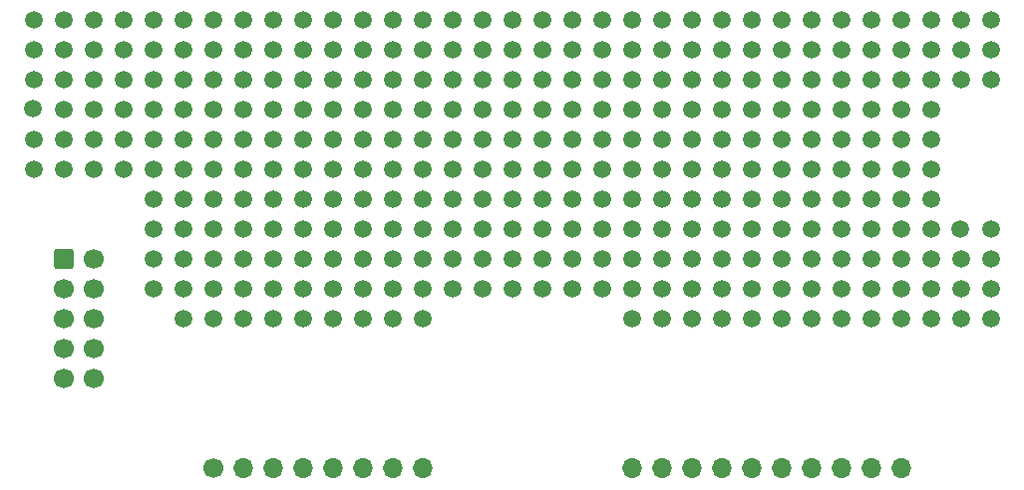
<source format=gbr>
%TF.GenerationSoftware,KiCad,Pcbnew,8.0.2-8.0.2-0~ubuntu22.04.1*%
%TF.CreationDate,2024-05-24T18:45:04+02:00*%
%TF.ProjectId,flipper-debug-devboard,666c6970-7065-4722-9d64-656275672d64,rev?*%
%TF.SameCoordinates,Original*%
%TF.FileFunction,Soldermask,Bot*%
%TF.FilePolarity,Negative*%
%FSLAX46Y46*%
G04 Gerber Fmt 4.6, Leading zero omitted, Abs format (unit mm)*
G04 Created by KiCad (PCBNEW 8.0.2-8.0.2-0~ubuntu22.04.1) date 2024-05-24 18:45:04*
%MOMM*%
%LPD*%
G01*
G04 APERTURE LIST*
G04 Aperture macros list*
%AMRoundRect*
0 Rectangle with rounded corners*
0 $1 Rounding radius*
0 $2 $3 $4 $5 $6 $7 $8 $9 X,Y pos of 4 corners*
0 Add a 4 corners polygon primitive as box body*
4,1,4,$2,$3,$4,$5,$6,$7,$8,$9,$2,$3,0*
0 Add four circle primitives for the rounded corners*
1,1,$1+$1,$2,$3*
1,1,$1+$1,$4,$5*
1,1,$1+$1,$6,$7*
1,1,$1+$1,$8,$9*
0 Add four rect primitives between the rounded corners*
20,1,$1+$1,$2,$3,$4,$5,0*
20,1,$1+$1,$4,$5,$6,$7,0*
20,1,$1+$1,$6,$7,$8,$9,0*
20,1,$1+$1,$8,$9,$2,$3,0*%
G04 Aperture macros list end*
%ADD10C,1.500000*%
%ADD11RoundRect,0.250000X-0.600000X-0.600000X0.600000X-0.600000X0.600000X0.600000X-0.600000X0.600000X0*%
%ADD12C,1.700000*%
%ADD13O,1.700000X1.700000*%
G04 APERTURE END LIST*
D10*
%TO.C,*%
X149860000Y-104140000D03*
%TD*%
%TO.C,*%
X124460000Y-104140000D03*
%TD*%
%TO.C,*%
X101600000Y-104140000D03*
%TD*%
%TO.C,*%
X142240000Y-104140000D03*
%TD*%
%TO.C,*%
X106680000Y-104140000D03*
%TD*%
%TO.C,*%
X104140000Y-104140000D03*
%TD*%
%TO.C,*%
X73660000Y-104140000D03*
%TD*%
%TO.C,*%
X139700000Y-104140000D03*
%TD*%
%TO.C,*%
X144780000Y-104140000D03*
%TD*%
%TO.C,*%
X127000000Y-104140000D03*
%TD*%
%TO.C,*%
X76200000Y-104140000D03*
%TD*%
%TO.C,*%
X88900000Y-104140000D03*
%TD*%
%TO.C,*%
X99060000Y-104140000D03*
%TD*%
%TO.C,*%
X147320000Y-104140000D03*
%TD*%
%TO.C,*%
X86360000Y-104140000D03*
%TD*%
%TO.C,*%
X132080000Y-104140000D03*
%TD*%
%TO.C,*%
X83820000Y-104140000D03*
%TD*%
%TO.C,*%
X116840000Y-104140000D03*
%TD*%
%TO.C,*%
X93980000Y-104140000D03*
%TD*%
%TO.C,*%
X96520000Y-104140000D03*
%TD*%
%TO.C,*%
X91440000Y-104140000D03*
%TD*%
%TO.C,*%
X134620000Y-104140000D03*
%TD*%
%TO.C,*%
X71120000Y-104140000D03*
%TD*%
%TO.C,*%
X119380000Y-104140000D03*
%TD*%
%TO.C,*%
X81280000Y-104140000D03*
%TD*%
%TO.C,*%
X78740000Y-104140000D03*
%TD*%
%TO.C,*%
X109220000Y-104140000D03*
%TD*%
%TO.C,*%
X137160000Y-104140000D03*
%TD*%
%TO.C,*%
X114300000Y-104140000D03*
%TD*%
%TO.C,*%
X111760000Y-104140000D03*
%TD*%
%TO.C,*%
X152400000Y-104140000D03*
%TD*%
%TO.C,*%
X129540000Y-104140000D03*
%TD*%
%TO.C,*%
X121920000Y-104140000D03*
%TD*%
%TO.C,*%
X149860000Y-106680000D03*
%TD*%
%TO.C,*%
X124460000Y-106680000D03*
%TD*%
%TO.C,*%
X101600000Y-106680000D03*
%TD*%
%TO.C,*%
X142240000Y-106680000D03*
%TD*%
%TO.C,*%
X106680000Y-106680000D03*
%TD*%
%TO.C,*%
X104140000Y-106680000D03*
%TD*%
%TO.C,*%
X73660000Y-106680000D03*
%TD*%
%TO.C,*%
X139700000Y-106680000D03*
%TD*%
%TO.C,*%
X144780000Y-106680000D03*
%TD*%
%TO.C,*%
X127000000Y-106680000D03*
%TD*%
%TO.C,*%
X76200000Y-106680000D03*
%TD*%
%TO.C,*%
X88900000Y-106680000D03*
%TD*%
%TO.C,*%
X99060000Y-106680000D03*
%TD*%
%TO.C,*%
X147320000Y-106680000D03*
%TD*%
%TO.C,*%
X86360000Y-106680000D03*
%TD*%
%TO.C,*%
X132080000Y-106680000D03*
%TD*%
%TO.C,*%
X83820000Y-106680000D03*
%TD*%
%TO.C,*%
X116840000Y-106680000D03*
%TD*%
%TO.C,*%
X93980000Y-106680000D03*
%TD*%
%TO.C,*%
X96520000Y-106680000D03*
%TD*%
%TO.C,*%
X91440000Y-106680000D03*
%TD*%
%TO.C,*%
X134620000Y-106680000D03*
%TD*%
%TO.C,*%
X71120000Y-106680000D03*
%TD*%
%TO.C,*%
X119380000Y-106680000D03*
%TD*%
%TO.C,*%
X81280000Y-106680000D03*
%TD*%
%TO.C,*%
X78740000Y-106680000D03*
%TD*%
%TO.C,*%
X109220000Y-106680000D03*
%TD*%
%TO.C,*%
X137160000Y-106680000D03*
%TD*%
%TO.C,*%
X114300000Y-106680000D03*
%TD*%
%TO.C,*%
X111760000Y-106680000D03*
%TD*%
%TO.C,*%
X152400000Y-106680000D03*
%TD*%
%TO.C,*%
X129540000Y-106680000D03*
%TD*%
%TO.C,*%
X121920000Y-106680000D03*
%TD*%
%TO.C,*%
X139700000Y-111760000D03*
%TD*%
%TO.C,*%
X86360000Y-121920000D03*
%TD*%
%TO.C,*%
X142240000Y-116840000D03*
%TD*%
%TO.C,*%
X88900000Y-121920000D03*
%TD*%
%TO.C,*%
X134620000Y-111760000D03*
%TD*%
%TO.C,*%
X114300000Y-119380000D03*
%TD*%
%TO.C,*%
X149860000Y-124460000D03*
%TD*%
%TO.C,*%
X139700000Y-116840000D03*
%TD*%
%TO.C,*%
X111760000Y-121920000D03*
%TD*%
%TO.C,*%
X129540000Y-116840000D03*
%TD*%
%TO.C,*%
X152400000Y-109220000D03*
%TD*%
%TO.C,*%
X142240000Y-127000000D03*
%TD*%
%TO.C,*%
X124460000Y-114300000D03*
%TD*%
%TO.C,*%
X114300000Y-116840000D03*
%TD*%
%TO.C,*%
X142240000Y-124460000D03*
%TD*%
%TO.C,*%
X119380000Y-119380000D03*
%TD*%
%TO.C,*%
X149839316Y-121912195D03*
%TD*%
%TO.C,*%
X109220000Y-119380000D03*
%TD*%
%TO.C,*%
X152400000Y-121920000D03*
%TD*%
%TO.C,*%
X132080000Y-121920000D03*
%TD*%
%TO.C,*%
X93980000Y-119380000D03*
%TD*%
%TO.C,*%
X76200000Y-111760000D03*
%TD*%
%TO.C,*%
X149860000Y-129540000D03*
%TD*%
%TO.C,*%
X88900000Y-124460000D03*
%TD*%
%TO.C,*%
X93980000Y-127000000D03*
%TD*%
%TO.C,*%
X91440000Y-124460000D03*
%TD*%
%TO.C,*%
X88900000Y-129540000D03*
%TD*%
%TO.C,*%
X109220000Y-116840000D03*
%TD*%
%TO.C,*%
X114300000Y-121920000D03*
%TD*%
%TO.C,*%
X93980000Y-116840000D03*
%TD*%
%TO.C,*%
X147320000Y-116840000D03*
%TD*%
%TO.C,*%
X129540000Y-109220000D03*
%TD*%
%TO.C,*%
X111760000Y-124460000D03*
%TD*%
D11*
%TO.C,REF1*%
X73660000Y-124460000D03*
D12*
X76200000Y-124460000D03*
X73660000Y-127000000D03*
X76200000Y-127000000D03*
X73660000Y-129540000D03*
X76200000Y-129540000D03*
X73660000Y-132080000D03*
X76200000Y-132080000D03*
X73660000Y-134620000D03*
X76200000Y-134620000D03*
%TD*%
D10*
%TO.C,*%
X139700000Y-114300000D03*
%TD*%
%TO.C,*%
X106680000Y-114300000D03*
%TD*%
%TO.C,*%
X134620000Y-129540000D03*
%TD*%
%TO.C,*%
X111760000Y-116840000D03*
%TD*%
%TO.C,*%
X121920000Y-109220000D03*
%TD*%
%TO.C,*%
X106680000Y-124460000D03*
%TD*%
%TO.C,*%
X121920000Y-116840000D03*
%TD*%
%TO.C,*%
X111760000Y-109220000D03*
%TD*%
%TO.C,*%
X144780000Y-121920000D03*
%TD*%
%TO.C,*%
X114300000Y-109220000D03*
%TD*%
%TO.C,*%
X142240000Y-129540000D03*
%TD*%
%TO.C,*%
X124460000Y-127000000D03*
%TD*%
%TO.C,*%
X104140000Y-121920000D03*
%TD*%
%TO.C,*%
X73660000Y-116840000D03*
%TD*%
%TO.C,*%
X144780000Y-119380000D03*
%TD*%
%TO.C,*%
X137160000Y-109220000D03*
%TD*%
%TO.C,*%
X139700000Y-121920000D03*
%TD*%
%TO.C,*%
X106680000Y-121920000D03*
%TD*%
%TO.C,*%
X88900000Y-119380000D03*
%TD*%
%TO.C,*%
X83820000Y-119380000D03*
%TD*%
%TO.C,*%
X104140000Y-116840000D03*
%TD*%
%TO.C,*%
X121920000Y-124460000D03*
%TD*%
%TO.C,*%
X119380000Y-127000000D03*
%TD*%
%TO.C,*%
X116840000Y-127000000D03*
%TD*%
%TO.C,*%
X93980000Y-114300000D03*
%TD*%
%TO.C,*%
X71120000Y-116840000D03*
%TD*%
%TO.C,*%
X83820000Y-121920000D03*
%TD*%
%TO.C,*%
X139700000Y-119380000D03*
%TD*%
%TO.C,*%
X114300000Y-124460000D03*
%TD*%
%TO.C,*%
X144780000Y-111760000D03*
%TD*%
%TO.C,*%
X101600000Y-127000000D03*
%TD*%
%TO.C,*%
X124460000Y-111760000D03*
%TD*%
%TO.C,*%
X114300000Y-127000000D03*
%TD*%
%TO.C,*%
X109220000Y-109220000D03*
%TD*%
%TO.C,*%
X134620000Y-124460000D03*
%TD*%
%TO.C,*%
X142240000Y-121920000D03*
%TD*%
%TO.C,*%
X104140000Y-111760000D03*
%TD*%
%TO.C,*%
X96520000Y-127000000D03*
%TD*%
%TO.C,*%
X132080000Y-114300000D03*
%TD*%
%TO.C,*%
X116840000Y-124460000D03*
%TD*%
%TO.C,*%
X137160000Y-129540000D03*
%TD*%
%TO.C,*%
X96520000Y-114300000D03*
%TD*%
%TO.C,*%
X88900000Y-127000000D03*
%TD*%
%TO.C,*%
X86360000Y-114300000D03*
%TD*%
%TO.C,*%
X147320000Y-111760000D03*
%TD*%
%TO.C,*%
X137160000Y-114300000D03*
%TD*%
%TO.C,*%
X83820000Y-124460000D03*
%TD*%
%TO.C,*%
X129540000Y-129540000D03*
%TD*%
%TO.C,*%
X86360000Y-127000000D03*
%TD*%
%TO.C,*%
X137160000Y-121920000D03*
%TD*%
%TO.C,*%
X132080000Y-119380000D03*
%TD*%
%TO.C,*%
X147320000Y-114300000D03*
%TD*%
%TO.C,*%
X144780000Y-114300000D03*
%TD*%
%TO.C,*%
X119380000Y-121920000D03*
%TD*%
%TO.C,*%
X78740000Y-109220000D03*
%TD*%
%TO.C,*%
X101600000Y-129540000D03*
%TD*%
%TO.C,*%
X96520000Y-129540000D03*
%TD*%
%TO.C,*%
X119380000Y-111760000D03*
%TD*%
%TO.C,*%
X111760000Y-114300000D03*
%TD*%
%TO.C,*%
X132080000Y-127000000D03*
%TD*%
%TO.C,*%
X81280000Y-109220000D03*
%TD*%
%TO.C,*%
X119380000Y-109220000D03*
%TD*%
%TO.C,*%
X71120000Y-109220000D03*
%TD*%
%TO.C,*%
X86360000Y-119380000D03*
%TD*%
%TO.C,*%
X81280000Y-116840000D03*
%TD*%
%TO.C,*%
X134620000Y-109220000D03*
%TD*%
%TO.C,*%
X71095966Y-111688191D03*
%TD*%
%TO.C,*%
X104140000Y-119380000D03*
%TD*%
%TO.C,*%
X152400000Y-124460000D03*
%TD*%
%TO.C,*%
X116840000Y-119380000D03*
%TD*%
%TO.C,*%
X142240000Y-111760000D03*
%TD*%
%TO.C,*%
X127000000Y-114300000D03*
%TD*%
%TO.C,*%
X71120000Y-114300000D03*
%TD*%
%TO.C,*%
X91440000Y-111760000D03*
%TD*%
%TO.C,*%
X73660000Y-114300000D03*
%TD*%
%TO.C,*%
X127000000Y-124460000D03*
%TD*%
%TO.C,*%
X116840000Y-121920000D03*
%TD*%
%TO.C,*%
X91440000Y-109220000D03*
%TD*%
%TO.C,*%
X134620000Y-121920000D03*
%TD*%
%TO.C,*%
X116840000Y-111760000D03*
%TD*%
%TO.C,*%
X101600000Y-124460000D03*
%TD*%
%TO.C,*%
X137160000Y-111760000D03*
%TD*%
%TO.C,*%
X127000000Y-116840000D03*
%TD*%
%TO.C,*%
X106680000Y-116840000D03*
%TD*%
%TO.C,*%
X127000000Y-127000000D03*
%TD*%
%TO.C,*%
X96520000Y-109220000D03*
%TD*%
%TO.C,*%
X127000000Y-129540000D03*
%TD*%
%TO.C,*%
X137160000Y-127000000D03*
%TD*%
%TO.C,*%
X78740000Y-116840000D03*
%TD*%
%TO.C,*%
X139700000Y-129540000D03*
%TD*%
%TO.C,*%
X99060000Y-124460000D03*
%TD*%
%TO.C,*%
X124460000Y-119380000D03*
%TD*%
%TO.C,*%
X147320000Y-119380000D03*
%TD*%
%TO.C,*%
X144780000Y-129540000D03*
%TD*%
%TO.C,*%
X119380000Y-116840000D03*
%TD*%
%TO.C,*%
X116840000Y-114300000D03*
%TD*%
%TO.C,*%
X129540000Y-127000000D03*
%TD*%
%TO.C,*%
X91440000Y-119380000D03*
%TD*%
%TO.C,*%
X147320000Y-129540000D03*
%TD*%
%TO.C,*%
X116840000Y-116840000D03*
%TD*%
%TO.C,*%
X132080000Y-129540000D03*
%TD*%
%TO.C,*%
X83820000Y-116840000D03*
%TD*%
%TO.C,*%
X93980000Y-109220000D03*
%TD*%
%TO.C,*%
X81280000Y-124460000D03*
%TD*%
%TO.C,*%
X101600000Y-119380000D03*
%TD*%
%TO.C,*%
X127000000Y-111760000D03*
%TD*%
%TO.C,*%
X121920000Y-119380000D03*
%TD*%
%TO.C,*%
X116840000Y-109220000D03*
%TD*%
%TO.C,*%
X81280000Y-111760000D03*
%TD*%
%TO.C,*%
X86360000Y-129540000D03*
%TD*%
%TO.C,*%
X83820000Y-114300000D03*
%TD*%
%TO.C,*%
X99060000Y-119380000D03*
%TD*%
%TO.C,*%
X109220000Y-121920000D03*
%TD*%
%TO.C,*%
X129540000Y-119380000D03*
%TD*%
%TO.C,*%
X83820000Y-109220000D03*
%TD*%
%TO.C,*%
X129540000Y-114300000D03*
%TD*%
%TO.C,*%
X132080000Y-109220000D03*
%TD*%
%TO.C,*%
X83820000Y-127000000D03*
%TD*%
%TO.C,*%
X91440000Y-127000000D03*
%TD*%
%TO.C,*%
X99060000Y-111760000D03*
%TD*%
%TO.C,*%
X96520000Y-116840000D03*
%TD*%
%TO.C,*%
X101600000Y-121920000D03*
%TD*%
%TO.C,*%
X93980000Y-129540000D03*
%TD*%
%TO.C,*%
X86360000Y-109220000D03*
%TD*%
%TO.C,*%
X101600000Y-114300000D03*
%TD*%
%TO.C,*%
X96520000Y-121920000D03*
%TD*%
%TO.C,*%
X83820000Y-111760000D03*
%TD*%
%TO.C,*%
X88900000Y-111760000D03*
%TD*%
%TO.C,*%
X121920000Y-121920000D03*
%TD*%
%TO.C,*%
X124460000Y-121920000D03*
%TD*%
%TO.C,*%
X147320000Y-109220000D03*
%TD*%
%TO.C,*%
X91440000Y-129540000D03*
%TD*%
%TO.C,*%
X124460000Y-124460000D03*
%TD*%
%TO.C,*%
X99060000Y-109220000D03*
%TD*%
%TO.C,*%
X114300000Y-111760000D03*
%TD*%
%TO.C,*%
X121920000Y-127000000D03*
%TD*%
%TO.C,*%
X104140000Y-129540000D03*
%TD*%
%TO.C,*%
X81280000Y-127000000D03*
%TD*%
%TO.C,*%
X88900000Y-109220000D03*
%TD*%
%TO.C,*%
X129540000Y-124460000D03*
%TD*%
%TO.C,*%
X114300000Y-114300000D03*
%TD*%
%TO.C,*%
X93980000Y-111760000D03*
%TD*%
%TO.C,*%
X86360000Y-124460000D03*
%TD*%
%TO.C,*%
X144780000Y-127000000D03*
%TD*%
%TO.C,*%
X76200000Y-109220000D03*
%TD*%
%TO.C,*%
X142240000Y-114300000D03*
%TD*%
%TO.C,*%
X132080000Y-116840000D03*
%TD*%
%TO.C,*%
X109220000Y-111760000D03*
%TD*%
%TO.C,*%
X142240000Y-119380000D03*
%TD*%
%TO.C,*%
X144780000Y-124460000D03*
%TD*%
%TO.C,*%
X91440000Y-116840000D03*
%TD*%
%TO.C,*%
X121920000Y-129540000D03*
%TD*%
%TO.C,*%
X99060000Y-114300000D03*
%TD*%
%TO.C,*%
X152400000Y-127000000D03*
%TD*%
%TO.C,*%
X129540000Y-111760000D03*
%TD*%
%TO.C,*%
X96520000Y-124460000D03*
%TD*%
%TO.C,*%
X93980000Y-124460000D03*
%TD*%
%TO.C,*%
X127000000Y-109220000D03*
%TD*%
%TO.C,*%
X147320000Y-121920000D03*
%TD*%
%TO.C,*%
X73660000Y-111760000D03*
%TD*%
%TO.C,*%
X106680000Y-127000000D03*
%TD*%
%TO.C,*%
X91440000Y-114300000D03*
%TD*%
%TO.C,*%
X144780000Y-109220000D03*
%TD*%
%TO.C,*%
X134620000Y-116840000D03*
%TD*%
%TO.C,*%
X137160000Y-116840000D03*
%TD*%
%TO.C,*%
X101600000Y-116840000D03*
%TD*%
%TO.C,*%
X99060000Y-129540000D03*
%TD*%
%TO.C,*%
X147320000Y-124460000D03*
%TD*%
%TO.C,*%
X76200000Y-114300000D03*
%TD*%
%TO.C,*%
X83820000Y-129540000D03*
%TD*%
%TO.C,*%
X109220000Y-124460000D03*
%TD*%
%TO.C,*%
X139700000Y-109220000D03*
%TD*%
%TO.C,*%
X139700000Y-127000000D03*
%TD*%
%TO.C,*%
X132080000Y-111760000D03*
%TD*%
%TO.C,*%
X99060000Y-121920000D03*
%TD*%
%TO.C,*%
X73660000Y-109220000D03*
%TD*%
%TO.C,*%
X137160000Y-119380000D03*
%TD*%
%TO.C,*%
X88900000Y-116840000D03*
%TD*%
%TO.C,*%
X119380000Y-124460000D03*
%TD*%
%TO.C,*%
X139700000Y-124460000D03*
%TD*%
%TO.C,*%
X132080000Y-124460000D03*
%TD*%
%TO.C,*%
X78740000Y-111760000D03*
%TD*%
%TO.C,*%
X137160000Y-124460000D03*
%TD*%
%TO.C,*%
X104140000Y-109220000D03*
%TD*%
%TO.C,*%
X106680000Y-119380000D03*
%TD*%
%TO.C,*%
X86360000Y-116840000D03*
%TD*%
%TO.C,*%
X96520000Y-119380000D03*
%TD*%
%TO.C,*%
X121920000Y-114300000D03*
%TD*%
%TO.C,*%
X81280000Y-114300000D03*
%TD*%
%TO.C,*%
X106680000Y-109220000D03*
%TD*%
%TO.C,*%
X109220000Y-114300000D03*
%TD*%
%TO.C,*%
X129540000Y-121920000D03*
%TD*%
%TO.C,*%
X111760000Y-119380000D03*
%TD*%
%TO.C,*%
X104140000Y-127000000D03*
%TD*%
%TO.C,*%
X88900000Y-114300000D03*
%TD*%
%TO.C,*%
X142240000Y-109220000D03*
%TD*%
%TO.C,*%
X152400000Y-129540000D03*
%TD*%
%TO.C,*%
X109220000Y-127000000D03*
%TD*%
%TO.C,*%
X99060000Y-116840000D03*
%TD*%
%TO.C,*%
X134620000Y-119380000D03*
%TD*%
%TO.C,*%
X101600000Y-109220000D03*
%TD*%
%TO.C,*%
X81280000Y-121920000D03*
%TD*%
%TO.C,*%
X91440000Y-121920000D03*
%TD*%
%TO.C,*%
X134620000Y-127000000D03*
%TD*%
%TO.C,*%
X93980000Y-121920000D03*
%TD*%
%TO.C,*%
X127000000Y-121920000D03*
%TD*%
%TO.C,*%
X147320000Y-127000000D03*
%TD*%
%TO.C,*%
X119380000Y-114300000D03*
%TD*%
%TO.C,*%
X111760000Y-111760000D03*
%TD*%
%TO.C,*%
X78740000Y-114300000D03*
%TD*%
%TO.C,*%
X104140000Y-114300000D03*
%TD*%
%TO.C,*%
X124460000Y-109220000D03*
%TD*%
%TO.C,*%
X127000000Y-119380000D03*
%TD*%
%TO.C,*%
X134620000Y-114300000D03*
%TD*%
%TO.C,*%
X144780000Y-116840000D03*
%TD*%
%TO.C,*%
X149860000Y-109220000D03*
%TD*%
%TO.C,*%
X76200000Y-116840000D03*
%TD*%
%TO.C,*%
X104140000Y-124460000D03*
%TD*%
%TO.C,*%
X101600000Y-111760000D03*
%TD*%
%TO.C,*%
X96520000Y-111760000D03*
%TD*%
%TO.C,*%
X124460000Y-129540000D03*
%TD*%
%TO.C,*%
X86360000Y-111760000D03*
%TD*%
%TO.C,*%
X81280000Y-119380000D03*
%TD*%
%TO.C,*%
X99060000Y-127000000D03*
%TD*%
%TO.C,*%
X149860000Y-127000000D03*
%TD*%
%TO.C,*%
X124460000Y-116840000D03*
%TD*%
%TO.C,*%
X121920000Y-111760000D03*
%TD*%
%TO.C,*%
X106680000Y-111760000D03*
%TD*%
%TO.C,*%
X111760000Y-127000000D03*
%TD*%
D13*
%TO.C,REF3*%
X121920000Y-142240000D03*
X124460000Y-142240000D03*
X127000000Y-142240000D03*
X129540000Y-142240000D03*
X132080000Y-142240000D03*
X134620000Y-142240000D03*
X137160000Y-142240000D03*
X139700000Y-142240000D03*
X142240000Y-142240000D03*
X144780000Y-142240000D03*
%TD*%
D12*
%TO.C,REF2*%
X86360000Y-142240000D03*
D13*
X88900000Y-142240000D03*
X91440000Y-142240000D03*
X93980000Y-142240000D03*
X96520000Y-142240000D03*
X99060000Y-142240000D03*
X101600000Y-142240000D03*
X104140000Y-142240000D03*
%TD*%
M02*

</source>
